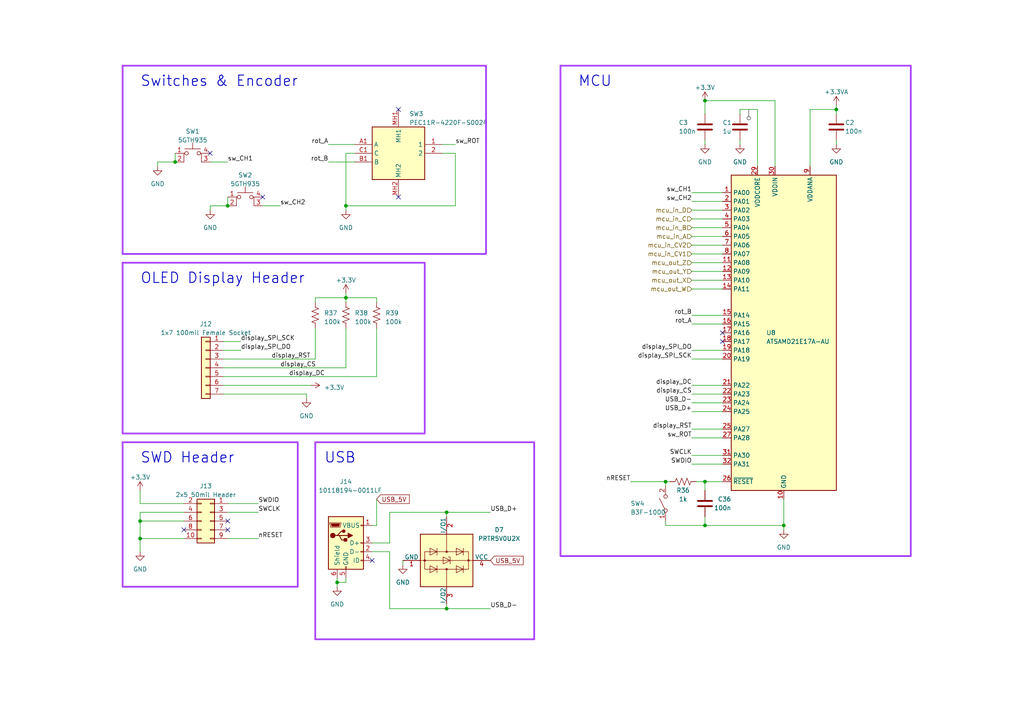
<source format=kicad_sch>
(kicad_sch (version 20230121) (generator eeschema)
  (paper "A4")
  (lib_symbols
    (symbol "Connector:USB_B_Micro" (pin_names (offset 1.016))
      (property "Reference" "J14" (at 0 17.78 0))
      (property "Value" "10118194-0011LF" (at 1.27 15.24 0))
      (symbol "USB_B_Micro_0_1"
        (rectangle (start -5.08 -7.62) (end 5.08 7.62) (stroke (width 0.254)) (fill (type background)))
        (circle (center -3.81 2.159) (radius 0.635) (stroke (width 0.254)) (fill (type outline)))
        (circle (center -0.635 3.429) (radius 0.381) (stroke (width 0.254)) (fill (type outline)))
        (rectangle (start -0.127 -7.62) (end 0.127 -6.858))
        (polyline (pts (xy -1.905 2.159) (xy 0.635 2.159)) (stroke (width 0.254)))
        (polyline (pts (xy -3.175 2.159) (xy -2.54 2.159) (xy -1.27 3.429) (xy -0.635 3.429)) (stroke (width 0.254)))
        (polyline (pts (xy -2.54 2.159) (xy -1.905 2.159) (xy -1.27 0.889) (xy 0 0.889)) (stroke (width 0.254)))
        (polyline (pts (xy 0.635 2.794) (xy 0.635 1.524) (xy 1.905 2.159) (xy 0.635 2.794)) (stroke (width 0.254)) (fill (type outline)))
        (polyline (pts (xy -4.318 5.588) (xy -1.778 5.588) (xy -2.032 4.826) (xy -4.064 4.826) (xy -4.318 5.588)) (fill (type outline)))
        (polyline (pts (xy -4.699 5.842) (xy -4.699 5.588) (xy -4.445 4.826) (xy -4.445 4.572) (xy -1.651 4.572) (xy -1.651 4.826) (xy -1.397 5.588) (xy -1.397 5.842) (xy -4.699 5.842)))
        (rectangle (start 0.254 1.27) (end -0.508 0.508) (stroke (width 0.254)) (fill (type outline)))
        (rectangle (start 5.08 -5.207) (end 4.318 -4.953))
        (rectangle (start 5.08 -2.667) (end 4.318 -2.413))
        (rectangle (start 5.08 -0.127) (end 4.318 0.127))
        (rectangle (start 5.08 4.953) (end 4.318 5.207))
      )
      (symbol "USB_B_Micro_1_1"
        (pin power_out line (at 7.62 5.08 180) (length 2.54) (name "VBUS") (number "1"))
        (pin bidirectional line (at 7.62 -2.54 180) (length 2.54) (name "D-") (number "2"))
        (pin bidirectional line (at 7.62 0 180) (length 2.54) (name "D+") (number "3"))
        (pin passive line (at 7.62 -5.08 180) (length 2.54) (name "ID") (number "4"))
        (pin passive line (at 0 -10.16 90) (length 2.54) (name "GND") (number "5"))
        (pin passive line (at -2.54 -10.16 90) (length 2.54) (name "Shield") (number "6"))
      )
    )
    (symbol "Connector_Generic:Conn_01x07" (pin_names (offset 1.016) hide)
      (property "Reference" "J" (at 0 10.16 0))
      (property "Value" "Conn_01x07" (at 0 -10.16 0))
      (symbol "Conn_01x07_1_1"
        (rectangle (start -1.27 -7.493) (end 0 -7.747) (stroke (width 0.1524)))
        (rectangle (start -1.27 -4.953) (end 0 -5.207) (stroke (width 0.1524)))
        (rectangle (start -1.27 -2.413) (end 0 -2.667) (stroke (width 0.1524)))
        (rectangle (start -1.27 0.127) (end 0 -0.127) (stroke (width 0.1524)))
        (rectangle (start -1.27 2.667) (end 0 2.413) (stroke (width 0.1524)))
        (rectangle (start -1.27 5.207) (end 0 4.953) (stroke (width 0.1524)))
        (rectangle (start -1.27 7.747) (end 0 7.493) (stroke (width 0.1524)))
        (rectangle (start -1.27 8.89) (end 1.27 -8.89) (stroke (width 0.254)) (fill (type background)))
        (pin passive line (at -5.08 7.62 0) (length 3.81) (name "Pin_1") (number "1"))
        (pin passive line (at -5.08 5.08 0) (length 3.81) (name "Pin_2") (number "2"))
        (pin passive line (at -5.08 2.54 0) (length 3.81) (name "Pin_3") (number "3"))
        (pin passive line (at -5.08 0 0) (length 3.81) (name "Pin_4") (number "4"))
        (pin passive line (at -5.08 -2.54 0) (length 3.81) (name "Pin_5") (number "5"))
        (pin passive line (at -5.08 -5.08 0) (length 3.81) (name "Pin_6") (number "6"))
        (pin passive line (at -5.08 -7.62 0) (length 3.81) (name "Pin_7") (number "7"))
      )
    )
    (symbol "Connector_Generic:Conn_02x05_Odd_Even" (pin_names (offset 1.016) hide)
      (property "Reference" "J" (at 1.27 7.62 0))
      (property "Value" "Conn_02x05_Odd_Even" (at 1.27 -7.62 0))
      (symbol "Conn_02x05_Odd_Even_1_1"
        (rectangle (start -1.27 -4.953) (end 0 -5.207) (stroke (width 0.1524)))
        (rectangle (start -1.27 -2.413) (end 0 -2.667) (stroke (width 0.1524)))
        (rectangle (start -1.27 0.127) (end 0 -0.127) (stroke (width 0.1524)))
        (rectangle (start -1.27 2.667) (end 0 2.413) (stroke (width 0.1524)))
        (rectangle (start -1.27 5.207) (end 0 4.953) (stroke (width 0.1524)))
        (rectangle (start -1.27 6.35) (end 3.81 -6.35) (stroke (width 0.254)) (fill (type background)))
        (rectangle (start 3.81 -4.953) (end 2.54 -5.207) (stroke (width 0.1524)))
        (rectangle (start 3.81 -2.413) (end 2.54 -2.667) (stroke (width 0.1524)))
        (rectangle (start 3.81 0.127) (end 2.54 -0.127) (stroke (width 0.1524)))
        (rectangle (start 3.81 2.667) (end 2.54 2.413) (stroke (width 0.1524)))
        (rectangle (start 3.81 5.207) (end 2.54 4.953) (stroke (width 0.1524)))
        (pin passive line (at -5.08 5.08 0) (length 3.81) (name "Pin_1") (number "1"))
        (pin passive line (at 7.62 -5.08 180) (length 3.81) (name "Pin_10") (number "10"))
        (pin passive line (at 7.62 5.08 180) (length 3.81) (name "Pin_2") (number "2"))
        (pin passive line (at -5.08 2.54 0) (length 3.81) (name "Pin_3") (number "3"))
        (pin passive line (at 7.62 2.54 180) (length 3.81) (name "Pin_4") (number "4"))
        (pin passive line (at -5.08 0 0) (length 3.81) (name "Pin_5") (number "5"))
        (pin passive line (at 7.62 0 180) (length 3.81) (name "Pin_6") (number "6"))
        (pin passive line (at -5.08 -2.54 0) (length 3.81) (name "Pin_7") (number "7"))
        (pin passive line (at 7.62 -2.54 180) (length 3.81) (name "Pin_8") (number "8"))
        (pin passive line (at -5.08 -5.08 0) (length 3.81) (name "Pin_9") (number "9"))
      )
    )
    (symbol "Device:C" (pin_numbers hide) (pin_names (offset 0.254))
      (property "Reference" "C" (at 0.635 2.54 0))
      (property "Value" "C" (at 0.635 -2.54 0))
      (symbol "C_0_1"
        (polyline (pts (xy -2.032 -0.762) (xy 2.032 -0.762)) (stroke (width 0.508)))
        (polyline (pts (xy -2.032 0.762) (xy 2.032 0.762)) (stroke (width 0.508)))
      )
      (symbol "C_1_1"
        (pin passive line (at 0 3.81 270) (length 2.794) (name "~") (number "1"))
        (pin passive line (at 0 -3.81 90) (length 2.794) (name "~") (number "2"))
      )
    )
    (symbol "Device:R_US" (pin_numbers hide) (pin_names (offset 0))
      (property "Reference" "R" (at 2.54 0 90))
      (property "Value" "R_US" (at -2.54 0 90))
      (symbol "R_US_0_1"
        (polyline (pts (xy 0 -2.286) (xy 0 -2.54)))
        (polyline (pts (xy 0 2.286) (xy 0 2.54)))
        (polyline (pts (xy 0 -0.762) (xy 1.016 -1.143) (xy 0 -1.524) (xy -1.016 -1.905) (xy 0 -2.286)))
        (polyline (pts (xy 0 0.762) (xy 1.016 0.381) (xy 0 0) (xy -1.016 -0.381) (xy 0 -0.762)))
        (polyline (pts (xy 0 2.286) (xy 1.016 1.905) (xy 0 1.524) (xy -1.016 1.143) (xy 0 0.762)))
      )
      (symbol "R_US_1_1"
        (pin passive line (at 0 3.81 270) (length 1.27) (name "~") (number "1"))
        (pin passive line (at 0 -3.81 90) (length 1.27) (name "~") (number "2"))
      )
    )
    (symbol "MCU_Microchip_SAMD:ATSAMD21E17A-A"
      (property "Reference" "U" (at -13.97 46.99 0))
      (property "Value" "ATSAMD21E17A-A" (at 16.51 46.99 0))
      (symbol "ATSAMD21E17A-A_1_1"
        (rectangle (start -15.24 45.72) (end 15.24 -45.72) (stroke (width 0.254)) (fill (type background)))
        (pin bidirectional line (at -17.78 40.64 0) (length 2.54) (name "PA00") (number "1"))
        (pin power_in line (at 0 -48.26 90) (length 2.54) (name "GND") (number "10"))
        (pin bidirectional line (at -17.78 20.32 0) (length 2.54) (name "PA08") (number "11"))
        (pin bidirectional line (at -17.78 17.78 0) (length 2.54) (name "PA09") (number "12"))
        (pin bidirectional line (at -17.78 15.24 0) (length 2.54) (name "PA10") (number "13"))
        (pin bidirectional line (at -17.78 12.7 0) (length 2.54) (name "PA11") (number "14"))
        (pin bidirectional line (at -17.78 5.08 0) (length 2.54) (name "PA14") (number "15"))
        (pin bidirectional line (at -17.78 2.54 0) (length 2.54) (name "PA15") (number "16"))
        (pin bidirectional line (at -17.78 0 0) (length 2.54) (name "PA16") (number "17"))
        (pin bidirectional line (at -17.78 -2.54 0) (length 2.54) (name "PA17") (number "18"))
        (pin bidirectional line (at -17.78 -5.08 0) (length 2.54) (name "PA18") (number "19"))
        (pin bidirectional line (at -17.78 38.1 0) (length 2.54) (name "PA01") (number "2"))
        (pin bidirectional line (at -17.78 -7.62 0) (length 2.54) (name "PA19") (number "20"))
        (pin bidirectional line (at -17.78 -15.24 0) (length 2.54) (name "PA22") (number "21"))
        (pin bidirectional line (at -17.78 -17.78 0) (length 2.54) (name "PA23") (number "22"))
        (pin bidirectional line (at -17.78 -20.32 0) (length 2.54) (name "PA24") (number "23"))
        (pin bidirectional line (at -17.78 -22.86 0) (length 2.54) (name "PA25") (number "24"))
        (pin bidirectional line (at -17.78 -27.94 0) (length 2.54) (name "PA27") (number "25"))
        (pin input line (at -17.78 -43.18 0) (length 2.54) (name "~{RESET}") (number "26"))
        (pin bidirectional line (at -17.78 -30.48 0) (length 2.54) (name "PA28") (number "27"))
        (pin passive line (at 0 -48.26 90) (length 2.54) hide (name "GND") (number "28"))
        (pin power_out line (at -7.62 48.26 270) (length 2.54) (name "VDDCORE") (number "29"))
        (pin bidirectional line (at -17.78 35.56 0) (length 2.54) (name "PA02") (number "3"))
        (pin power_in line (at -2.54 48.26 270) (length 2.54) (name "VDDIN") (number "30"))
        (pin bidirectional line (at -17.78 -35.56 0) (length 2.54) (name "PA30") (number "31"))
        (pin bidirectional line (at -17.78 -38.1 0) (length 2.54) (name "PA31") (number "32"))
        (pin bidirectional line (at -17.78 33.02 0) (length 2.54) (name "PA03") (number "4"))
        (pin bidirectional line (at -17.78 30.48 0) (length 2.54) (name "PA04") (number "5"))
        (pin bidirectional line (at -17.78 27.94 0) (length 2.54) (name "PA05") (number "6"))
        (pin bidirectional line (at -17.78 25.4 0) (length 2.54) (name "PA06") (number "7"))
        (pin bidirectional line (at -17.78 22.86 0) (length 2.54) (name "PA07") (number "8"))
        (pin power_in line (at 7.62 48.26 270) (length 2.54) (name "VDDANA") (number "9"))
      )
    )
    (symbol "PEC11R-4220F-S0024:PEC11R-4220F-S0024"
      (property "Reference" "VR" (at 21.59 12.7 0))
      (property "Value" "PEC11R-4220F-S0024" (at 21.59 10.16 0))
      (symbol "PEC11R-4220F-S0024_1_1"
        (rectangle (start 5.08 7.62) (end 20.32 -7.62) (stroke (width 0.254)) (fill (type background)))
        (pin passive line (at 10.16 12.7 270) (length 5.08) (name "1") (number "1"))
        (pin passive line (at 12.7 12.7 270) (length 5.08) (name "2") (number "2"))
        (pin passive line (at 10.16 -12.7 90) (length 5.08) (name "A") (number "A1"))
        (pin passive line (at 15.24 -12.7 90) (length 5.08) (name "B") (number "B1"))
        (pin passive line (at 12.7 -12.7 90) (length 5.08) (name "C") (number "C1"))
        (pin passive line (at 0 0 0) (length 5.08) (name "MH1") (number "MH1"))
        (pin passive line (at 25.4 0 180) (length 5.08) (name "MH2") (number "MH2"))
      )
    )
    (symbol "Power_Protection:PRTR5V0U2X" (pin_names (offset 0))
      (property "Reference" "D" (at 2.794 8.636 0))
      (property "Value" "PRTR5V0U2X" (at 8.128 -9.398 0))
      (symbol "PRTR5V0U2X_0_1"
        (rectangle (start -7.62 -7.62) (end 7.62 7.62) (stroke (width 0.254)) (fill (type background)))
        (circle (center -2.54 0) (radius 0.254) (fill (type outline)))
        (rectangle (start -2.54 6.35) (end 2.54 -6.35))
        (circle (center 0 -6.35) (radius 0.254) (fill (type outline)))
        (polyline (pts (xy -2.54 0) (xy -7.62 0)))
        (polyline (pts (xy -1.524 -2.794) (xy -3.556 -2.794)))
        (polyline (pts (xy -1.524 4.826) (xy -3.556 4.826)))
        (polyline (pts (xy 0 -7.62) (xy 0 7.62)))
        (polyline (pts (xy 1.524 -2.794) (xy 3.556 -2.794)))
        (polyline (pts (xy 1.524 4.826) (xy 3.556 4.826)))
        (polyline (pts (xy 2.54 0) (xy 7.62 0)))
        (polyline (pts (xy 1.016 1.016) (xy -1.016 1.016) (xy -1.016 0.508)))
        (polyline (pts (xy -3.556 -4.826) (xy -1.524 -4.826) (xy -2.54 -2.794) (xy -3.556 -4.826)))
        (polyline (pts (xy -3.556 2.794) (xy -1.524 2.794) (xy -2.54 4.826) (xy -3.556 2.794)))
        (polyline (pts (xy -1.016 -1.016) (xy 1.016 -1.016) (xy 0 1.016) (xy -1.016 -1.016)))
        (polyline (pts (xy 3.556 -4.826) (xy 1.524 -4.826) (xy 2.54 -2.794) (xy 3.556 -4.826)))
        (polyline (pts (xy 3.556 2.794) (xy 1.524 2.794) (xy 2.54 4.826) (xy 3.556 2.794)))
        (circle (center 0 6.35) (radius 0.254) (fill (type outline)))
        (circle (center 2.54 0) (radius 0.254) (fill (type outline)))
      )
      (symbol "PRTR5V0U2X_1_1"
        (pin passive line (at 0 -12.7 90) (length 5.08) (name "GND") (number "1"))
        (pin passive line (at -12.7 0 0) (length 5.08) (name "I/O1") (number "2"))
        (pin passive line (at 12.7 0 180) (length 5.08) (name "I/O2") (number "3"))
        (pin passive line (at 0 12.7 270) (length 5.08) (name "VCC") (number "4"))
      )
    )
    (symbol "Switch:SW_MEC_5E" (pin_names (offset 1.016) hide)
      (property "Reference" "SW" (at 0.635 5.715 0))
      (property "Value" "SW_MEC_5E" (at 0 -3.175 0))
      (symbol "SW_MEC_5E_0_1"
        (circle (center -1.778 2.54) (radius 0.508))
        (polyline (pts (xy -2.286 3.81) (xy 2.286 3.81)))
        (polyline (pts (xy 0 3.81) (xy 0 5.588)))
        (polyline (pts (xy -2.54 0) (xy -2.54 2.54) (xy -2.286 2.54)))
        (polyline (pts (xy 2.54 0) (xy 2.54 2.54) (xy 2.286 2.54)))
        (circle (center 1.778 2.54) (radius 0.508))
        (pin passive line (at -5.08 2.54 0) (length 2.54) (name "1") (number "1"))
        (pin passive line (at -5.08 0 0) (length 2.54) (name "2") (number "2"))
        (pin passive line (at 5.08 0 180) (length 2.54) (name "K") (number "3"))
        (pin passive line (at 5.08 2.54 180) (length 2.54) (name "A") (number "4"))
      )
    )
    (symbol "Switch:SW_SPST" (pin_names (offset 0) hide)
      (property "Reference" "SW" (at 0 3.175 0))
      (property "Value" "SW_SPST" (at 0 -2.54 0))
      (symbol "SW_SPST_0_0"
        (circle (center -2.032 0) (radius 0.508))
        (polyline (pts (xy -1.524 0.254) (xy 1.524 1.778)))
        (circle (center 2.032 0) (radius 0.508))
      )
      (symbol "SW_SPST_1_1"
        (pin passive line (at -5.08 0 0) (length 2.54) (name "A") (number "1"))
        (pin passive line (at 5.08 0 180) (length 2.54) (name "B") (number "2"))
      )
    )
    (symbol "power:+3.3V" (power) (pin_names (offset 0))
      (property "Value" "+3.3V" (at 0 3.556 0))
      (symbol "+3.3V_0_1"
        (polyline (pts (xy -0.762 1.27) (xy 0 2.54)))
        (polyline (pts (xy 0 0) (xy 0 2.54)))
        (polyline (pts (xy 0 2.54) (xy 0.762 1.27)))
      )
      (symbol "+3.3V_1_1"
        (pin power_in line (at 0 0 90) (length 0) hide (name "+3.3V") (number "1"))
      )
    )
    (symbol "power:+3.3VA" (power) (pin_names (offset 0))
      (property "Value" "+3.3VA" (at 0 3.556 0))
      (symbol "+3.3VA_0_1"
        (polyline (pts (xy -0.762 1.27) (xy 0 2.54)))
        (polyline (pts (xy 0 0) (xy 0 2.54)))
        (polyline (pts (xy 0 2.54) (xy 0.762 1.27)))
      )
      (symbol "+3.3VA_1_1"
        (pin power_in line (at 0 0 90) (length 0) hide (name "+3.3VA") (number "1"))
      )
    )
    (symbol "power:GND" (power) (pin_names (offset 0))
      (property "Value" "GND" (at 0 -3.81 0))
      (symbol "GND_0_1"
        (polyline (pts (xy 0 0) (xy 0 -1.27) (xy 1.27 -1.27) (xy 0 -2.54) (xy -1.27 -1.27) (xy 0 -1.27)))
      )
      (symbol "GND_1_1"
        (pin power_in line (at 0 0 270) (length 0) hide (name "GND") (number "1"))
      )
    )
  )
  (junction (at 204.47 29.21))
  (junction (at 129.54 148.59))
  (junction (at 97.79 168.91))
  (junction (at 40.64 156.21))
  (junction (at 204.47 139.7))
  (junction (at 40.64 151.13))
  (junction (at 100.33 86.36))
  (junction (at 193.04 139.7))
  (junction (at 66.04 59.69))
  (junction (at 129.54 176.53))
  (junction (at 227.33 152.4))
  (junction (at 204.47 152.4))
  (junction (at 242.57 31.75))
  (junction (at 100.33 59.69))
  (junction (at 50.8 46.99))
  (no_connect (at 107.95 162.56))
  (no_connect (at 115.57 57.15))
  (no_connect (at 115.57 31.75))
  (no_connect (at 66.04 151.13))
  (no_connect (at 209.55 99.06))
  (no_connect (at 209.55 96.52))
  (no_connect (at 53.34 153.67))
  (no_connect (at 76.2 57.15))
  (no_connect (at 66.04 153.67))
  (no_connect (at 60.96 44.45))
  (wire (pts (xy 200.66 71.12) (xy 209.55 71.12)))
  (wire (pts (xy 64.77 99.06) (xy 69.85 99.06)))
  (wire (pts (xy 107.95 157.48) (xy 113.03 157.48)))
  (wire (pts (xy 200.66 104.14) (xy 209.55 104.14)))
  (wire (pts (xy 64.77 106.68) (xy 100.33 106.68)))
  (wire (pts (xy 100.33 168.91) (xy 97.79 168.91)))
  (wire (pts (xy 95.25 46.99) (xy 102.87 46.99)))
  (wire (pts (xy 60.96 46.99) (xy 66.04 46.99)))
  (wire (pts (xy 200.66 55.88) (xy 209.55 55.88)))
  (wire (pts (xy 100.33 85.09) (xy 100.33 86.36)))
  (wire (pts (xy 107.95 160.02) (xy 113.03 160.02)))
  (wire (pts (xy 66.04 146.05) (xy 74.93 146.05)))
  (wire (pts (xy 97.79 170.18) (xy 97.79 168.91)))
  (wire (pts (xy 40.64 156.21) (xy 53.34 156.21)))
  (wire (pts (xy 132.08 44.45) (xy 132.08 59.69)))
  (wire (pts (xy 66.04 148.59) (xy 74.93 148.59)))
  (wire (pts (xy 64.77 114.3) (xy 88.9 114.3)))
  (wire (pts (xy 128.27 44.45) (xy 132.08 44.45)))
  (wire (pts (xy 40.64 151.13) (xy 53.34 151.13)))
  (wire (pts (xy 242.57 31.75) (xy 242.57 33.02)))
  (wire (pts (xy 234.95 48.26) (xy 234.95 31.75)))
  (wire (pts (xy 129.54 148.59) (xy 142.24 148.59)))
  (wire (pts (xy 64.77 104.14) (xy 91.44 104.14)))
  (wire (pts (xy 193.04 152.4) (xy 204.47 152.4)))
  (wire (pts (xy 109.22 86.36) (xy 109.22 87.63)))
  (wire (pts (xy 200.66 114.3) (xy 209.55 114.3)))
  (wire (pts (xy 40.64 156.21) (xy 40.64 160.02)))
  (wire (pts (xy 204.47 139.7) (xy 209.55 139.7)))
  (wire (pts (xy 224.79 29.21) (xy 224.79 48.26)))
  (wire (pts (xy 200.66 134.62) (xy 209.55 134.62)))
  (wire (pts (xy 214.63 31.75) (xy 214.63 33.02)))
  (wire (pts (xy 219.71 31.75) (xy 219.71 48.26)))
  (wire (pts (xy 107.95 152.4) (xy 109.22 152.4)))
  (wire (pts (xy 242.57 40.64) (xy 242.57 41.91)))
  (wire (pts (xy 204.47 33.02) (xy 204.47 29.21)))
  (wire (pts (xy 129.54 176.53) (xy 142.24 176.53)))
  (wire (pts (xy 200.66 101.6) (xy 209.55 101.6)))
  (wire (pts (xy 214.63 31.75) (xy 219.71 31.75)))
  (wire (pts (xy 200.66 81.28) (xy 209.55 81.28)))
  (wire (pts (xy 200.66 73.66) (xy 209.55 73.66)))
  (wire (pts (xy 60.96 59.69) (xy 60.96 60.96)))
  (wire (pts (xy 40.64 151.13) (xy 40.64 156.21)))
  (wire (pts (xy 66.04 156.21) (xy 74.93 156.21)))
  (wire (pts (xy 64.77 111.76) (xy 90.17 111.76)))
  (wire (pts (xy 91.44 95.25) (xy 91.44 104.14)))
  (wire (pts (xy 200.66 63.5) (xy 209.55 63.5)))
  (wire (pts (xy 113.03 160.02) (xy 113.03 176.53)))
  (wire (pts (xy 113.03 148.59) (xy 129.54 148.59)))
  (wire (pts (xy 66.04 59.69) (xy 60.96 59.69)))
  (wire (pts (xy 102.87 44.45) (xy 100.33 44.45)))
  (wire (pts (xy 209.55 116.84) (xy 200.66 116.84)))
  (wire (pts (xy 204.47 29.21) (xy 224.79 29.21)))
  (wire (pts (xy 200.66 68.58) (xy 209.55 68.58)))
  (wire (pts (xy 40.64 148.59) (xy 53.34 148.59)))
  (wire (pts (xy 209.55 119.38) (xy 200.66 119.38)))
  (wire (pts (xy 76.2 59.69) (xy 81.28 59.69)))
  (wire (pts (xy 204.47 149.86) (xy 204.47 152.4)))
  (wire (pts (xy 45.72 46.99) (xy 45.72 48.26)))
  (wire (pts (xy 242.57 30.48) (xy 242.57 31.75)))
  (wire (pts (xy 182.88 139.7) (xy 193.04 139.7)))
  (wire (pts (xy 50.8 44.45) (xy 50.8 46.99)))
  (wire (pts (xy 88.9 114.3) (xy 88.9 115.57)))
  (wire (pts (xy 200.66 58.42) (xy 209.55 58.42)))
  (wire (pts (xy 200.66 60.96) (xy 209.55 60.96)))
  (wire (pts (xy 40.64 146.05) (xy 40.64 142.24)))
  (wire (pts (xy 40.64 148.59) (xy 40.64 151.13)))
  (wire (pts (xy 193.04 151.13) (xy 193.04 152.4)))
  (wire (pts (xy 200.66 132.08) (xy 209.55 132.08)))
  (wire (pts (xy 129.54 149.86) (xy 129.54 148.59)))
  (wire (pts (xy 109.22 95.25) (xy 109.22 109.22)))
  (wire (pts (xy 227.33 144.78) (xy 227.33 152.4)))
  (wire (pts (xy 40.64 146.05) (xy 53.34 146.05)))
  (wire (pts (xy 200.66 111.76) (xy 209.55 111.76)))
  (wire (pts (xy 200.66 124.46) (xy 209.55 124.46)))
  (wire (pts (xy 200.66 127) (xy 209.55 127)))
  (wire (pts (xy 200.66 83.82) (xy 209.55 83.82)))
  (wire (pts (xy 234.95 31.75) (xy 242.57 31.75)))
  (wire (pts (xy 109.22 144.78) (xy 109.22 152.4)))
  (wire (pts (xy 100.33 167.64) (xy 100.33 168.91)))
  (wire (pts (xy 227.33 152.4) (xy 227.33 153.67)))
  (wire (pts (xy 50.8 46.99) (xy 45.72 46.99)))
  (wire (pts (xy 100.33 95.25) (xy 100.33 106.68)))
  (wire (pts (xy 116.84 162.56) (xy 116.84 163.83)))
  (wire (pts (xy 193.04 140.97) (xy 193.04 139.7)))
  (wire (pts (xy 214.63 40.64) (xy 214.63 41.91)))
  (wire (pts (xy 91.44 86.36) (xy 100.33 86.36)))
  (wire (pts (xy 100.33 86.36) (xy 109.22 86.36)))
  (wire (pts (xy 113.03 176.53) (xy 129.54 176.53)))
  (wire (pts (xy 200.66 91.44) (xy 209.55 91.44)))
  (wire (pts (xy 204.47 142.24) (xy 204.47 139.7)))
  (wire (pts (xy 129.54 175.26) (xy 129.54 176.53)))
  (wire (pts (xy 66.04 57.15) (xy 66.04 59.69)))
  (wire (pts (xy 100.33 59.69) (xy 100.33 60.96)))
  (wire (pts (xy 100.33 59.69) (xy 132.08 59.69)))
  (wire (pts (xy 204.47 152.4) (xy 227.33 152.4)))
  (wire (pts (xy 204.47 40.64) (xy 204.47 41.91)))
  (wire (pts (xy 200.66 76.2) (xy 209.55 76.2)))
  (wire (pts (xy 95.25 41.91) (xy 102.87 41.91)))
  (wire (pts (xy 201.93 139.7) (xy 204.47 139.7)))
  (wire (pts (xy 200.66 93.98) (xy 209.55 93.98)))
  (wire (pts (xy 100.33 44.45) (xy 100.33 59.69)))
  (wire (pts (xy 100.33 86.36) (xy 100.33 87.63)))
  (wire (pts (xy 91.44 87.63) (xy 91.44 86.36)))
  (wire (pts (xy 113.03 157.48) (xy 113.03 148.59)))
  (wire (pts (xy 69.85 101.6) (xy 64.77 101.6)))
  (wire (pts (xy 193.04 139.7) (xy 194.31 139.7)))
  (wire (pts (xy 128.27 41.91) (xy 132.08 41.91)))
  (wire (pts (xy 200.66 66.04) (xy 209.55 66.04)))
  (wire (pts (xy 200.66 78.74) (xy 209.55 78.74)))
  (wire (pts (xy 97.79 168.91) (xy 97.79 167.64)))
  (wire (pts (xy 64.77 109.22) (xy 109.22 109.22)))
  (rectangle (start 35.56 19.05) (end 140.97 73.66) (stroke (width 0.5) (color 160 58 255 1)))
  (rectangle (start 35.56 128.27) (end 86.36 170.18) (stroke (width 0.5) (color 160 58 255 1)))
  (rectangle (start 91.44 128.27) (end 154.94 185.42) (stroke (width 0.5) (color 160 58 255 1)))
  (rectangle (start 35.56 76.2) (end 123.19 125.73) (stroke (width 0.5) (color 160 58 255 1)))
  (rectangle (start 162.56 19.05) (end 264.16 161.29) (stroke (width 0.5) (color 160 58 255 1)))
  (text "Switches & Encoder" (at 40.64 25.4 0) (effects (font (size 3 3) (thickness 0.254) bold) (justify left bottom)))
  (text "SWD Header" (at 40.64 134.62 0) (effects (font (size 3 3) (thickness 0.254) bold) (justify left bottom)))
  (text "USB" (at 93.98 134.62 0) (effects (font (size 3 3) (thickness 0.254) bold) (justify left bottom)))
  (text "OLED Display Header" (at 40.64 82.55 0) (effects (font (size 3 3) (thickness 0.254) bold) (justify left bottom)))
  (text "MCU" (at 167.64 25.4 0) (effects (font (size 3 3) (thickness 0.254) bold) (justify left bottom)))
  (label "sw_CH2" (at 200.66 58.42 180))
  (label "display_RST" (at 78.74 104.14 0))
  (label "rot_A" (at 95.25 41.91 180))
  (label "sw_CH1" (at 200.66 55.88 180))
  (label "sw_CH2" (at 81.28 59.69 0))
  (label "USB_D+" (at 142.24 148.59 0))
  (label "display_DC" (at 83.82 109.22 0))
  (label "nRESET" (at 182.88 139.7 180))
  (label "SWDIO" (at 74.93 146.05 0))
  (label "USB_D-" (at 200.66 116.84 180))
  (label "display_SPI_SCK" (at 69.85 99.06 0))
  (label "sw_CH1" (at 66.04 46.99 0))
  (label "display_CS" (at 200.66 114.3 180))
  (label "display_DC" (at 200.66 111.76 180))
  (label "sw_ROT" (at 200.66 127 180))
  (label "display_SPI_DO" (at 69.85 101.6 0))
  (label "USB_D-" (at 142.24 176.53 0))
  (label "SWCLK" (at 200.66 132.08 180))
  (label "SWCLK" (at 74.93 148.59 0))
  (label "display_RST" (at 200.66 124.46 180))
  (label "rot_B" (at 95.25 46.99 180))
  (label "sw_ROT" (at 132.08 41.91 0))
  (label "rot_A" (at 200.66 93.98 180))
  (label "display_CS" (at 81.28 106.68 0))
  (label "display_SPI_DO" (at 200.66 101.6 180))
  (label "display_SPI_SCK" (at 200.66 104.14 180))
  (label "SWDIO" (at 200.66 134.62 180))
  (label "nRESET" (at 74.93 156.21 0))
  (label "rot_B" (at 200.66 91.44 180))
  (label "USB_D+" (at 200.66 119.38 180))
  (global_label "USB_5V" (shape input) (at 109.22 144.78 0) (property "Intersheetrefs" "${INTERSHEET_REFS}" (effects hide)))
  (global_label "USB_5V" (shape input) (at 142.24 162.56 0) (property "Intersheetrefs" "${INTERSHEET_REFS}" (effects hide)))
  (hierarchical_label "mcu_in_C" (shape input) (at 200.66 63.5 180))
  (hierarchical_label "mcu_in_CV2" (shape input) (at 200.66 71.12 180))
  (hierarchical_label "mcu_in_B" (shape input) (at 200.66 66.04 180))
  (hierarchical_label "mcu_out_Y" (shape input) (at 200.66 78.74 180))
  (hierarchical_label "mcu_in_A" (shape input) (at 200.66 68.58 180))
  (hierarchical_label "mcu_out_X" (shape input) (at 200.66 81.28 180))
  (hierarchical_label "mcu_in_CV1" (shape input) (at 200.66 73.66 180))
  (hierarchical_label "mcu_in_D" (shape input) (at 200.66 60.96 180))
  (hierarchical_label "mcu_out_W" (shape input) (at 200.66 83.82 180))
  (hierarchical_label "mcu_out_Z" (shape input) (at 200.66 76.2 180))
  (netclass_flag "" (length 2.54) (shape round) (at 217.17 31.75 180) (property "Netclass" "Power distribution" (effects hide)))
  (symbol (lib_id "power:+3.3V") (at 90.17 111.76 270) (unit 1)
    (property "Reference" "#PWR059" (effects hide))
    (property "Value" "+3.3V" (at 93.98 112.395 90) (effects (justify left)))
  )
  (symbol (lib_id "power:GND") (at 204.47 41.91 0) (unit 1)
    (property "Reference" "#PWR04" (effects hide))
    (property "Value" "GND" (at 204.47 46.99 0))
  )
  (symbol (lib_id "MCU_Microchip_SAMD:ATSAMD21E17A-A") (at 227.33 96.52 0) (unit 1)
    (property "Reference" "U8" (at 222.25 96.52 0) (effects (justify left)))
    (property "Value" "ATSAMD21E17A-AU" (at 222.25 99.06 0) (effects (justify left)))
    (property "Footprint" "Package_QFP:TQFP-32_7x7mm_P0.8mm" (effects hide))
    (property "Datasheet" "http://ww1.microchip.com/downloads/en/DeviceDoc/SAM_D21_DA1_Family_Data%20Sheet_DS40001882E.pdf" (effects hide))
  )
  (symbol (lib_id "power:+3.3VA") (at 242.57 30.48 0) (unit 1)
    (property "Reference" "#PWR05" (effects hide))
    (property "Value" "+3.3VA" (at 242.57 26.67 0))
  )
  (symbol (lib_id "Device:C") (at 242.57 36.83 0) (unit 1)
    (property "Reference" "C2" (at 245.11 35.56 0) (effects (justify left)))
    (property "Value" "100n" (at 245.11 38.1 0) (effects (justify left)))
    (property "Footprint" "Capacitor_SMD:C_0402_1005Metric" (effects hide))
    (property "Mouser Part No." "GRM155R71H104KE14J " (effects hide))
  )
  (symbol (lib_id "power:GND") (at 227.33 153.67 0) (unit 1)
    (property "Reference" "#PWR01" (effects hide))
    (property "Value" "GND" (at 227.33 158.75 0))
  )
  (symbol (lib_id "power:+3.3V") (at 204.47 29.21 0) (unit 1)
    (property "Reference" "#PWR063" (effects hide))
    (property "Value" "+3.3V" (at 204.47 25.4 0))
  )
  (symbol (lib_id "Switch:SW_SPST") (at 193.04 146.05 90) (unit 1)
    (property "Reference" "SW4" (at 182.88 146.05 90) (effects (justify right)))
    (property "Value" "B3F-1000" (at 182.88 148.59 90) (effects (justify right)))
    (property "Footprint" "Button_Switch_THT:SW_PUSH_6mm_H4.3mm" (effects hide))
  )
  (symbol (lib_id "Connector_Generic:Conn_01x07") (at 59.69 106.68 0) (mirror y) (unit 1)
    (property "Reference" "J12" (at 59.69 93.98 0))
    (property "Value" "1x7 100mil Female Socket" (at 59.69 96.52 0))
    (property "Footprint" "Connector_PinSocket_2.54mm:PinSocket_1x07_P2.54mm_Vertical" (effects hide))
  )
  (symbol (lib_id "Switch:SW_MEC_5E") (at 55.88 46.99 0) (unit 1)
    (property "Reference" "SW1" (at 55.88 38.1 0))
    (property "Value" "5GTH935" (at 55.88 40.64 0))
    (property "Footprint" "GateDrFootprintLibrary:5GTH935" (effects hide))
    (property "Datasheet" "http://www.apem.com/int/index.php?controller=attachment&id_attachment=1371" (effects hide))
  )
  (symbol (lib_id "Power_Protection:PRTR5V0U2X") (at 129.54 162.56 270) (unit 1)
    (property "Reference" "D7" (at 144.78 153.67 90))
    (property "Value" "PRTR5V0U2X" (at 144.78 156.21 90))
    (property "Footprint" "Package_TO_SOT_SMD:SOT-143" (effects hide))
    (property "Datasheet" "https://assets.nexperia.com/documents/data-sheet/PRTR5V0U2X.pdf" (effects hide))
    (property "Mouser Part No." " 771-PRTR5V0U2X-T/R " (effects hide))
  )
  (symbol (lib_id "power:GND") (at 214.63 41.91 0) (unit 1)
    (property "Reference" "#PWR02" (effects hide))
    (property "Value" "GND" (at 214.63 46.99 0))
  )
  (symbol (lib_id "power:GND") (at 40.64 160.02 0) (unit 1)
    (property "Reference" "#PWR062" (effects hide))
    (property "Value" "GND" (at 40.64 165.1 0))
  )
  (symbol (lib_id "power:GND") (at 60.96 60.96 0) (unit 1)
    (property "Reference" "#PWR057" (effects hide))
    (property "Value" "GND" (at 60.96 66.04 0))
  )
  (symbol (lib_id "Connector:USB_B_Micro") (at 100.33 157.48 0) (unit 1)
    (property "Reference" "J14" (at 100.33 139.7 0))
    (property "Value" "10118194-0011LF" (at 101.6 142.24 0))
    (property "Footprint" "Connector_USB:USB_Micro-B_Amphenol_10118194_Horizontal" (effects hide))
    (property "Mouser Part No." " 649-10118194-0011LF " (effects hide))
  )
  (symbol (lib_id "Device:C") (at 204.47 36.83 0) (unit 1)
    (property "Reference" "C3" (at 196.85 35.56 0) (effects (justify left)))
    (property "Value" "100n" (at 196.85 38.1 0) (effects (justify left)))
    (property "Footprint" "Capacitor_SMD:C_0402_1005Metric" (effects hide))
    (property "Mouser Part No." "GRM155R71H104KE14J " (effects hide))
  )
  (symbol (lib_id "power:GND") (at 116.84 163.83 0) (unit 1)
    (property "Reference" "#PWR066" (effects hide))
    (property "Value" "GND" (at 116.84 168.91 0))
  )
  (symbol (lib_id "Device:R_US") (at 198.12 139.7 90) (unit 1)
    (property "Reference" "R36" (at 198.12 142.24 90))
    (property "Value" "1k" (at 198.12 144.78 90))
    (property "Footprint" "Resistor_SMD:R_0402_1005Metric" (effects hide))
    (property "Mouser Part No." "CRCW04021K00FKED" (effects hide))
  )
  (symbol (lib_id "Switch:SW_MEC_5E") (at 71.12 59.69 0) (unit 1)
    (property "Reference" "SW2" (at 71.12 50.8 0))
    (property "Value" "5GTH935" (at 71.12 53.34 0))
    (property "Footprint" "GateDrFootprintLibrary:5GTH935" (effects hide))
    (property "Datasheet" "http://www.apem.com/int/index.php?controller=attachment&id_attachment=1371" (effects hide))
  )
  (symbol (lib_id "Device:R_US") (at 100.33 91.44 0) (unit 1)
    (property "Reference" "R38" (at 102.87 90.805 0) (effects (justify left)))
    (property "Value" "100k" (at 102.87 93.345 0) (effects (justify left)))
    (property "Footprint" "Resistor_SMD:R_0402_1005Metric" (effects hide))
    (property "Mouser Part No." "CRCW0402100KFKED" (effects hide))
  )
  (symbol (lib_id "power:GND") (at 45.72 48.26 0) (unit 1)
    (property "Reference" "#PWR056" (effects hide))
    (property "Value" "GND" (at 45.72 53.34 0))
  )
  (symbol (lib_id "Device:C") (at 204.47 146.05 0) (mirror y) (unit 1)
    (property "Reference" "C36" (at 212.09 144.78 0) (effects (justify left)))
    (property "Value" "100n" (at 212.09 147.32 0) (effects (justify left)))
    (property "Footprint" "Capacitor_SMD:C_0402_1005Metric" (effects hide))
    (property "Mouser Part No." "GRM155R71H104KE14J " (effects hide))
  )
  (symbol (lib_id "power:GND") (at 88.9 115.57 0) (unit 1)
    (property "Reference" "#PWR060" (effects hide))
    (property "Value" "GND" (at 88.9 120.65 0))
  )
  (symbol (lib_id "power:+3.3V") (at 100.33 85.09 0) (unit 1)
    (property "Reference" "#PWR064" (effects hide))
    (property "Value" "+3.3V" (at 100.33 81.28 0))
  )
  (symbol (lib_id "PEC11R-4220F-S0024:PEC11R-4220F-S0024") (at 115.57 31.75 270) (unit 1)
    (property "Reference" "SW3" (at 118.7197 33.02 90) (effects (justify left)))
    (property "Value" "PEC11R-4220F-S0024" (at 118.7197 35.56 90) (effects (justify left)))
    (property "Footprint" "PEC11R4220FS0024" (effects hide))
    (property "Datasheet" "https://www.bourns.com/docs/Product-Datasheets/PEC11R.pdf" (effects hide))
    (property "Height" "27.5" (effects hide))
    (property "Mouser Part Number" "652-PEC11R-4220F-S24" (effects hide))
    (property "Mouser Price/Stock" "https://www.mouser.co.uk/ProductDetail/Bourns/PEC11R-4220F-S0024?qs=Zq5ylnUbLm6NGsQdib%2Ffbw%3D%3D" (effects hide))
    (property "Manufacturer_Name" "Bourns" (effects hide))
    (property "Manufacturer_Part_Number" "PEC11R-4220F-S0024" (effects hide))
  )
  (symbol (lib_id "power:GND") (at 97.79 170.18 0) (unit 1)
    (property "Reference" "#PWR065" (effects hide))
    (property "Value" "GND" (at 97.79 175.26 0))
  )
  (symbol (lib_id "Device:C") (at 214.63 36.83 0) (unit 1)
    (property "Reference" "C1" (at 209.55 35.56 0) (effects (justify left)))
    (property "Value" "1u" (at 209.55 38.1 0) (effects (justify left)))
    (property "Footprint" "Capacitor_SMD:C_0603_1608Metric" (effects hide))
    (property "Mouser Part No." "GCM188R71E105KA64D" (effects hide))
  )
  (symbol (lib_id "power:+3.3V") (at 40.64 142.24 0) (unit 1)
    (property "Reference" "#PWR061" (effects hide))
    (property "Value" "+3.3V" (at 40.64 138.43 0))
  )
  (symbol (lib_id "power:GND") (at 242.57 41.91 0) (unit 1)
    (property "Reference" "#PWR03" (effects hide))
    (property "Value" "GND" (at 242.57 46.99 0))
  )
  (symbol (lib_id "Device:R_US") (at 109.22 91.44 0) (unit 1)
    (property "Reference" "R39" (at 111.76 90.805 0) (effects (justify left)))
    (property "Value" "100k" (at 111.76 93.345 0) (effects (justify left)))
    (property "Footprint" "Resistor_SMD:R_0402_1005Metric" (effects hide))
    (property "Mouser Part No." "CRCW0402100KFKED" (effects hide))
  )
  (symbol (lib_id "Device:R_US") (at 91.44 91.44 0) (unit 1)
    (property "Reference" "R37" (at 93.98 90.805 0) (effects (justify left)))
    (property "Value" "100k" (at 93.98 93.345 0) (effects (justify left)))
    (property "Footprint" "Resistor_SMD:R_0402_1005Metric" (effects hide))
    (property "Mouser Part No." "CRCW0402100KFKED" (effects hide))
  )
  (symbol (lib_id "power:GND") (at 100.33 60.96 0) (unit 1)
    (property "Reference" "#PWR058" (effects hide))
    (property "Value" "GND" (at 100.33 66.04 0))
  )
  (symbol (lib_id "Connector_Generic:Conn_02x05_Odd_Even") (at 60.96 151.13 0) (mirror y) (unit 1)
    (property "Reference" "J13" (at 59.69 140.97 0))
    (property "Value" "2x5 50mil Header" (at 59.69 143.51 0))
    (property "Footprint" "Connector_PinSocket_1.27mm:PinSocket_2x05_P1.27mm_Vertical" (effects hide))
  )
)
</source>
